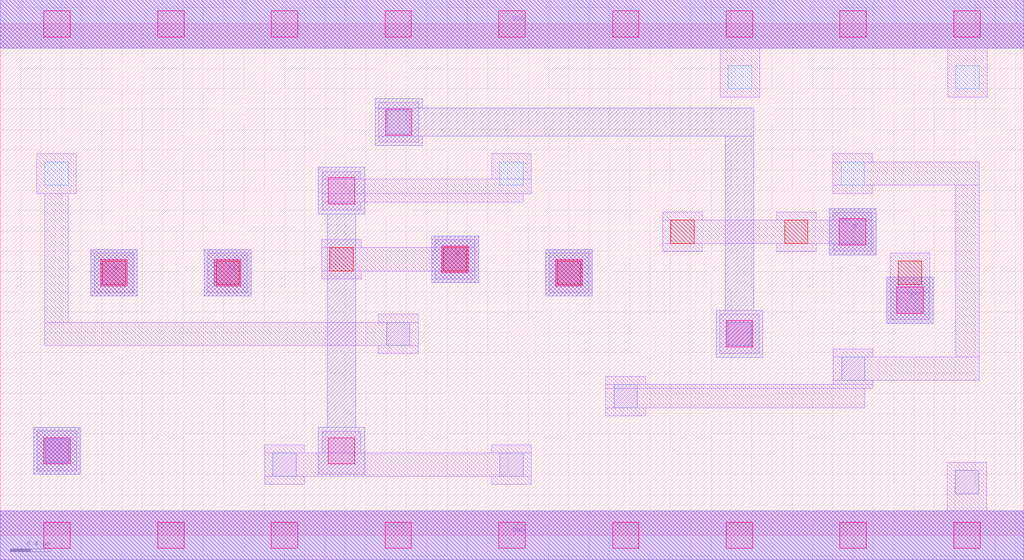
<source format=lef>
MACRO AOAOAI21111
 CLASS CORE ;
 FOREIGN AOAOAI21111 0 0 ;
 SIZE 10.08 BY 5.04 ;
 ORIGIN 0 0 ;
 SYMMETRY X Y R90 ;
 SITE unit ;
  PIN VDD
   DIRECTION INOUT ;
   USE POWER ;
   SHAPE ABUTMENT ;
    PORT
     CLASS CORE ;
       LAYER met1 ;
        RECT 0.00000000 4.80000000 10.08000000 5.28000000 ;
       LAYER met2 ;
        RECT 0.00000000 4.80000000 10.08000000 5.28000000 ;
    END
  END VDD

  PIN GND
   DIRECTION INOUT ;
   USE POWER ;
   SHAPE ABUTMENT ;
    PORT
     CLASS CORE ;
       LAYER met1 ;
        RECT 0.00000000 -0.24000000 10.08000000 0.24000000 ;
       LAYER met2 ;
        RECT 0.00000000 -0.24000000 10.08000000 0.24000000 ;
    END
  END GND

  PIN Y
   DIRECTION INOUT ;
   USE SIGNAL ;
   SHAPE ABUTMENT ;
    PORT
     CLASS CORE ;
       LAYER met2 ;
        RECT 0.33000000 0.60200000 0.79000000 1.06200000 ;
    END
  END Y

  PIN D
   DIRECTION INOUT ;
   USE SIGNAL ;
   SHAPE ABUTMENT ;
    PORT
     CLASS CORE ;
       LAYER met2 ;
        RECT 8.16500000 2.76200000 8.62500000 3.22200000 ;
    END
  END D

  PIN A
   DIRECTION INOUT ;
   USE SIGNAL ;
   SHAPE ABUTMENT ;
    PORT
     CLASS CORE ;
       LAYER met2 ;
        RECT 0.89000000 2.35700000 1.35000000 2.81700000 ;
    END
  END A

  PIN A1
   DIRECTION INOUT ;
   USE SIGNAL ;
   SHAPE ABUTMENT ;
    PORT
     CLASS CORE ;
       LAYER met2 ;
        RECT 2.01000000 2.35700000 2.47000000 2.81700000 ;
    END
  END A1

  PIN B
   DIRECTION INOUT ;
   USE SIGNAL ;
   SHAPE ABUTMENT ;
    PORT
     CLASS CORE ;
       LAYER met2 ;
        RECT 4.25000000 2.49200000 4.71000000 2.95200000 ;
    END
  END B

  PIN E
   DIRECTION INOUT ;
   USE SIGNAL ;
   SHAPE ABUTMENT ;
    PORT
     CLASS CORE ;
       LAYER met2 ;
        RECT 8.73000000 2.08700000 9.19000000 2.54700000 ;
    END
  END E

  PIN C
   DIRECTION INOUT ;
   USE SIGNAL ;
   SHAPE ABUTMENT ;
    PORT
     CLASS CORE ;
       LAYER met2 ;
        RECT 5.37000000 2.35700000 5.83000000 2.81700000 ;
    END
  END C

 OBS
    LAYER polycont ;
     RECT 1.00500000 2.47200000 1.23500000 2.70200000 ;
     RECT 2.12500000 2.47200000 2.35500000 2.70200000 ;
     RECT 5.48500000 2.47200000 5.71500000 2.70200000 ;
     RECT 8.84500000 2.47200000 9.07500000 2.70200000 ;
     RECT 3.24500000 2.60700000 3.47500000 2.83700000 ;
     RECT 4.36500000 2.60700000 4.59500000 2.83700000 ;
     RECT 6.60500000 2.87700000 6.83500000 3.10700000 ;
     RECT 7.72500000 2.87700000 7.95500000 3.10700000 ;

    LAYER pdiffc ;
     RECT 0.44000000 3.45000000 0.67000000 3.68000000 ;
     RECT 4.92000000 3.45000000 5.15000000 3.68000000 ;
     RECT 8.28000000 3.45000000 8.51000000 3.68000000 ;
     RECT 3.81000000 3.95700000 4.04000000 4.18700000 ;
     RECT 7.17000000 4.40000000 7.40000000 4.63000000 ;
     RECT 9.41000000 4.40000000 9.64000000 4.63000000 ;

    LAYER ndiffc ;
     RECT 9.40500000 0.41000000 9.63500000 0.64000000 ;
     RECT 2.68500000 0.58200000 2.91500000 0.81200000 ;
     RECT 4.92000000 0.58200000 5.15000000 0.81200000 ;
     RECT 0.44500000 0.71700000 0.67500000 0.94700000 ;
     RECT 6.04500000 1.25700000 6.27500000 1.48700000 ;
     RECT 8.28500000 1.52700000 8.51500000 1.75700000 ;
     RECT 3.80500000 1.87000000 4.03500000 2.10000000 ;
     RECT 7.16500000 1.87000000 7.39500000 2.10000000 ;

    LAYER met1 ;
     RECT 0.00000000 -0.24000000 10.08000000 0.24000000 ;
     RECT 9.32500000 0.24000000 9.71500000 0.72000000 ;
     RECT 2.60500000 0.50200000 2.99500000 0.58200000 ;
     RECT 4.84000000 0.50200000 5.23000000 0.58200000 ;
     RECT 2.60500000 0.58200000 5.23000000 0.81200000 ;
     RECT 2.60500000 0.81200000 2.99500000 0.89200000 ;
     RECT 4.84000000 0.81200000 5.23000000 0.89200000 ;
     RECT 3.17000000 0.81200000 3.55000000 1.02200000 ;
     RECT 0.36500000 0.63700000 0.75500000 1.02700000 ;
     RECT 7.08500000 1.79000000 7.47500000 2.18000000 ;
     RECT 0.92500000 2.39200000 1.31500000 2.78200000 ;
     RECT 2.04500000 2.39200000 2.43500000 2.78200000 ;
     RECT 5.40500000 2.39200000 5.79500000 2.78200000 ;
     RECT 8.77000000 2.12700000 9.15000000 2.39200000 ;
     RECT 8.76500000 2.39200000 9.15500000 2.78200000 ;
     RECT 3.16500000 2.52700000 3.55500000 2.60700000 ;
     RECT 4.28500000 2.52700000 4.67500000 2.60700000 ;
     RECT 3.16500000 2.60700000 4.67500000 2.83700000 ;
     RECT 3.16500000 2.83700000 3.55500000 2.91700000 ;
     RECT 4.28500000 2.83700000 4.67500000 2.91700000 ;
     RECT 6.52500000 2.79700000 6.91500000 2.87700000 ;
     RECT 7.64500000 2.79700000 8.03500000 2.87700000 ;
     RECT 8.20500000 2.80200000 8.58500000 2.87700000 ;
     RECT 6.52500000 2.87700000 8.58500000 3.10700000 ;
     RECT 8.20500000 3.10700000 8.58500000 3.18200000 ;
     RECT 6.52500000 3.10700000 6.91500000 3.18700000 ;
     RECT 7.64500000 3.10700000 8.03500000 3.18700000 ;
     RECT 3.72500000 1.79000000 4.11500000 1.87000000 ;
     RECT 0.44000000 1.87000000 4.11500000 2.10000000 ;
     RECT 3.72500000 2.10000000 4.11500000 2.18000000 ;
     RECT 0.44000000 2.10000000 0.67000000 3.37000000 ;
     RECT 0.36000000 3.37000000 0.75000000 3.76000000 ;
     RECT 3.17000000 3.20700000 3.55000000 3.28200000 ;
     RECT 3.17000000 3.28200000 5.15000000 3.37000000 ;
     RECT 3.17000000 3.37000000 5.23000000 3.51200000 ;
     RECT 3.17000000 3.51200000 3.55000000 3.58700000 ;
     RECT 4.84000000 3.51200000 5.23000000 3.76000000 ;
     RECT 5.96500000 1.17700000 6.35500000 1.25700000 ;
     RECT 5.96500000 1.25700000 8.51500000 1.44700000 ;
     RECT 5.96500000 1.44700000 8.59500000 1.48700000 ;
     RECT 8.20500000 1.48700000 8.59500000 1.52700000 ;
     RECT 5.96500000 1.48700000 6.35500000 1.56700000 ;
     RECT 8.20500000 1.52700000 9.64000000 1.75700000 ;
     RECT 8.20500000 1.75700000 8.59500000 1.83700000 ;
     RECT 8.20000000 3.37000000 8.59000000 3.45000000 ;
     RECT 9.41000000 1.75700000 9.64000000 3.45000000 ;
     RECT 8.20000000 3.45000000 9.64000000 3.68000000 ;
     RECT 8.20000000 3.68000000 8.59000000 3.76000000 ;
     RECT 3.73000000 3.87700000 4.12000000 4.26700000 ;
     RECT 7.09000000 4.32000000 7.48000000 4.80000000 ;
     RECT 9.33000000 4.32000000 9.72000000 4.80000000 ;
     RECT 0.00000000 4.80000000 10.08000000 5.28000000 ;

    LAYER via1 ;
     RECT 0.43000000 -0.13000000 0.69000000 0.13000000 ;
     RECT 1.55000000 -0.13000000 1.81000000 0.13000000 ;
     RECT 2.67000000 -0.13000000 2.93000000 0.13000000 ;
     RECT 3.79000000 -0.13000000 4.05000000 0.13000000 ;
     RECT 4.91000000 -0.13000000 5.17000000 0.13000000 ;
     RECT 6.03000000 -0.13000000 6.29000000 0.13000000 ;
     RECT 7.15000000 -0.13000000 7.41000000 0.13000000 ;
     RECT 8.27000000 -0.13000000 8.53000000 0.13000000 ;
     RECT 9.39000000 -0.13000000 9.65000000 0.13000000 ;
     RECT 0.43000000 0.70200000 0.69000000 0.96200000 ;
     RECT 3.23000000 0.70200000 3.49000000 0.96200000 ;
     RECT 7.15000000 1.85500000 7.41000000 2.11500000 ;
     RECT 8.83000000 2.18700000 9.09000000 2.44700000 ;
     RECT 0.99000000 2.45700000 1.25000000 2.71700000 ;
     RECT 2.11000000 2.45700000 2.37000000 2.71700000 ;
     RECT 5.47000000 2.45700000 5.73000000 2.71700000 ;
     RECT 4.35000000 2.59200000 4.61000000 2.85200000 ;
     RECT 8.26500000 2.86200000 8.52500000 3.12200000 ;
     RECT 3.23000000 3.26700000 3.49000000 3.52700000 ;
     RECT 3.79500000 3.94200000 4.05500000 4.20200000 ;
     RECT 0.43000000 4.91000000 0.69000000 5.17000000 ;
     RECT 1.55000000 4.91000000 1.81000000 5.17000000 ;
     RECT 2.67000000 4.91000000 2.93000000 5.17000000 ;
     RECT 3.79000000 4.91000000 4.05000000 5.17000000 ;
     RECT 4.91000000 4.91000000 5.17000000 5.17000000 ;
     RECT 6.03000000 4.91000000 6.29000000 5.17000000 ;
     RECT 7.15000000 4.91000000 7.41000000 5.17000000 ;
     RECT 8.27000000 4.91000000 8.53000000 5.17000000 ;
     RECT 9.39000000 4.91000000 9.65000000 5.17000000 ;

    LAYER met2 ;
     RECT 0.00000000 -0.24000000 10.08000000 0.24000000 ;
     RECT 0.33000000 0.60200000 0.79000000 1.06200000 ;
     RECT 8.73000000 2.08700000 9.19000000 2.54700000 ;
     RECT 0.89000000 2.35700000 1.35000000 2.81700000 ;
     RECT 2.01000000 2.35700000 2.47000000 2.81700000 ;
     RECT 5.37000000 2.35700000 5.83000000 2.81700000 ;
     RECT 4.25000000 2.49200000 4.71000000 2.95200000 ;
     RECT 8.16500000 2.76200000 8.62500000 3.22200000 ;
     RECT 3.13000000 0.60200000 3.59000000 1.06200000 ;
     RECT 3.22000000 1.06200000 3.50000000 3.16700000 ;
     RECT 3.13000000 3.16700000 3.59000000 3.62700000 ;
     RECT 7.05000000 1.75500000 7.51000000 2.21500000 ;
     RECT 3.69500000 3.84200000 4.15500000 3.93200000 ;
     RECT 7.14000000 2.21500000 7.42000000 3.93200000 ;
     RECT 3.69500000 3.93200000 7.42000000 4.21200000 ;
     RECT 3.69500000 4.21200000 4.15500000 4.30200000 ;
     RECT 0.00000000 4.80000000 10.08000000 5.28000000 ;

 END
END AOAOAI21111

</source>
